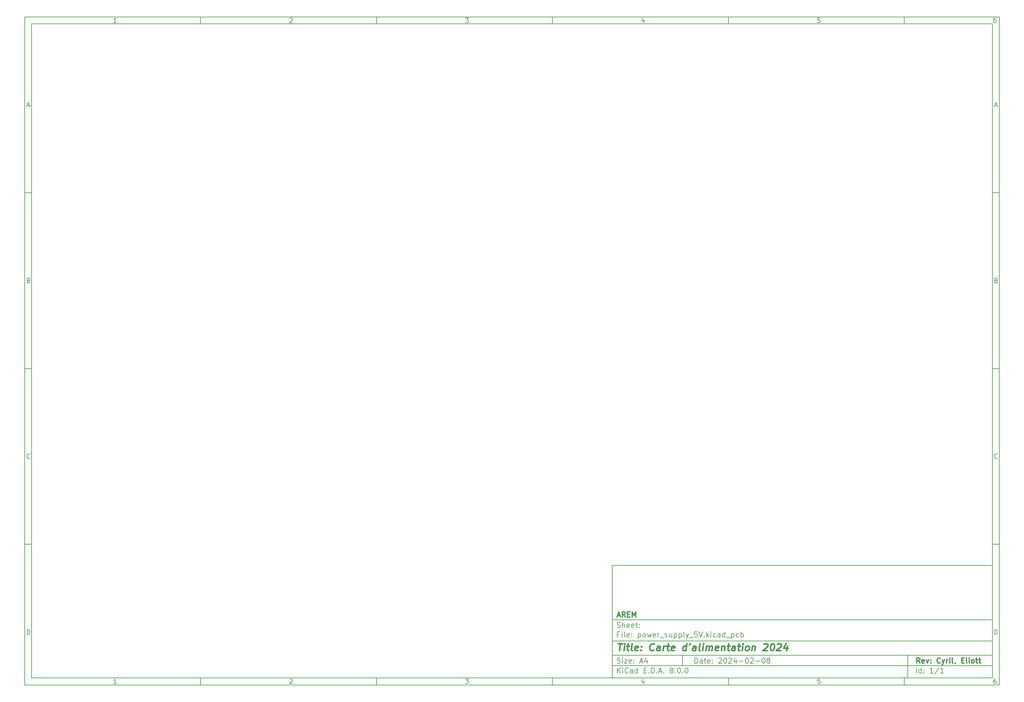
<source format=gbr>
%TF.GenerationSoftware,KiCad,Pcbnew,8.0.0*%
%TF.CreationDate,2024-03-29T20:49:13+01:00*%
%TF.ProjectId,power_supply_5V,706f7765-725f-4737-9570-706c795f3556,Cyril_ Eliott*%
%TF.SameCoordinates,Original*%
%TF.FileFunction,Paste,Bot*%
%TF.FilePolarity,Positive*%
%FSLAX46Y46*%
G04 Gerber Fmt 4.6, Leading zero omitted, Abs format (unit mm)*
G04 Created by KiCad (PCBNEW 8.0.0) date 2024-03-29 20:49:13*
%MOMM*%
%LPD*%
G01*
G04 APERTURE LIST*
%ADD10C,0.100000*%
%ADD11C,0.150000*%
%ADD12C,0.300000*%
%ADD13C,0.400000*%
G04 APERTURE END LIST*
D10*
D11*
X177002200Y-166007200D02*
X285002200Y-166007200D01*
X285002200Y-198007200D01*
X177002200Y-198007200D01*
X177002200Y-166007200D01*
D10*
D11*
X10000000Y-10000000D02*
X287002200Y-10000000D01*
X287002200Y-200007200D01*
X10000000Y-200007200D01*
X10000000Y-10000000D01*
D10*
D11*
X12000000Y-12000000D02*
X285002200Y-12000000D01*
X285002200Y-198007200D01*
X12000000Y-198007200D01*
X12000000Y-12000000D01*
D10*
D11*
X60000000Y-12000000D02*
X60000000Y-10000000D01*
D10*
D11*
X110000000Y-12000000D02*
X110000000Y-10000000D01*
D10*
D11*
X160000000Y-12000000D02*
X160000000Y-10000000D01*
D10*
D11*
X210000000Y-12000000D02*
X210000000Y-10000000D01*
D10*
D11*
X260000000Y-12000000D02*
X260000000Y-10000000D01*
D10*
D11*
X36089160Y-11593604D02*
X35346303Y-11593604D01*
X35717731Y-11593604D02*
X35717731Y-10293604D01*
X35717731Y-10293604D02*
X35593922Y-10479319D01*
X35593922Y-10479319D02*
X35470112Y-10603128D01*
X35470112Y-10603128D02*
X35346303Y-10665033D01*
D10*
D11*
X85346303Y-10417414D02*
X85408207Y-10355509D01*
X85408207Y-10355509D02*
X85532017Y-10293604D01*
X85532017Y-10293604D02*
X85841541Y-10293604D01*
X85841541Y-10293604D02*
X85965350Y-10355509D01*
X85965350Y-10355509D02*
X86027255Y-10417414D01*
X86027255Y-10417414D02*
X86089160Y-10541223D01*
X86089160Y-10541223D02*
X86089160Y-10665033D01*
X86089160Y-10665033D02*
X86027255Y-10850747D01*
X86027255Y-10850747D02*
X85284398Y-11593604D01*
X85284398Y-11593604D02*
X86089160Y-11593604D01*
D10*
D11*
X135284398Y-10293604D02*
X136089160Y-10293604D01*
X136089160Y-10293604D02*
X135655826Y-10788842D01*
X135655826Y-10788842D02*
X135841541Y-10788842D01*
X135841541Y-10788842D02*
X135965350Y-10850747D01*
X135965350Y-10850747D02*
X136027255Y-10912652D01*
X136027255Y-10912652D02*
X136089160Y-11036461D01*
X136089160Y-11036461D02*
X136089160Y-11345985D01*
X136089160Y-11345985D02*
X136027255Y-11469795D01*
X136027255Y-11469795D02*
X135965350Y-11531700D01*
X135965350Y-11531700D02*
X135841541Y-11593604D01*
X135841541Y-11593604D02*
X135470112Y-11593604D01*
X135470112Y-11593604D02*
X135346303Y-11531700D01*
X135346303Y-11531700D02*
X135284398Y-11469795D01*
D10*
D11*
X185965350Y-10726938D02*
X185965350Y-11593604D01*
X185655826Y-10231700D02*
X185346303Y-11160271D01*
X185346303Y-11160271D02*
X186151064Y-11160271D01*
D10*
D11*
X236027255Y-10293604D02*
X235408207Y-10293604D01*
X235408207Y-10293604D02*
X235346303Y-10912652D01*
X235346303Y-10912652D02*
X235408207Y-10850747D01*
X235408207Y-10850747D02*
X235532017Y-10788842D01*
X235532017Y-10788842D02*
X235841541Y-10788842D01*
X235841541Y-10788842D02*
X235965350Y-10850747D01*
X235965350Y-10850747D02*
X236027255Y-10912652D01*
X236027255Y-10912652D02*
X236089160Y-11036461D01*
X236089160Y-11036461D02*
X236089160Y-11345985D01*
X236089160Y-11345985D02*
X236027255Y-11469795D01*
X236027255Y-11469795D02*
X235965350Y-11531700D01*
X235965350Y-11531700D02*
X235841541Y-11593604D01*
X235841541Y-11593604D02*
X235532017Y-11593604D01*
X235532017Y-11593604D02*
X235408207Y-11531700D01*
X235408207Y-11531700D02*
X235346303Y-11469795D01*
D10*
D11*
X285965350Y-10293604D02*
X285717731Y-10293604D01*
X285717731Y-10293604D02*
X285593922Y-10355509D01*
X285593922Y-10355509D02*
X285532017Y-10417414D01*
X285532017Y-10417414D02*
X285408207Y-10603128D01*
X285408207Y-10603128D02*
X285346303Y-10850747D01*
X285346303Y-10850747D02*
X285346303Y-11345985D01*
X285346303Y-11345985D02*
X285408207Y-11469795D01*
X285408207Y-11469795D02*
X285470112Y-11531700D01*
X285470112Y-11531700D02*
X285593922Y-11593604D01*
X285593922Y-11593604D02*
X285841541Y-11593604D01*
X285841541Y-11593604D02*
X285965350Y-11531700D01*
X285965350Y-11531700D02*
X286027255Y-11469795D01*
X286027255Y-11469795D02*
X286089160Y-11345985D01*
X286089160Y-11345985D02*
X286089160Y-11036461D01*
X286089160Y-11036461D02*
X286027255Y-10912652D01*
X286027255Y-10912652D02*
X285965350Y-10850747D01*
X285965350Y-10850747D02*
X285841541Y-10788842D01*
X285841541Y-10788842D02*
X285593922Y-10788842D01*
X285593922Y-10788842D02*
X285470112Y-10850747D01*
X285470112Y-10850747D02*
X285408207Y-10912652D01*
X285408207Y-10912652D02*
X285346303Y-11036461D01*
D10*
D11*
X60000000Y-198007200D02*
X60000000Y-200007200D01*
D10*
D11*
X110000000Y-198007200D02*
X110000000Y-200007200D01*
D10*
D11*
X160000000Y-198007200D02*
X160000000Y-200007200D01*
D10*
D11*
X210000000Y-198007200D02*
X210000000Y-200007200D01*
D10*
D11*
X260000000Y-198007200D02*
X260000000Y-200007200D01*
D10*
D11*
X36089160Y-199600804D02*
X35346303Y-199600804D01*
X35717731Y-199600804D02*
X35717731Y-198300804D01*
X35717731Y-198300804D02*
X35593922Y-198486519D01*
X35593922Y-198486519D02*
X35470112Y-198610328D01*
X35470112Y-198610328D02*
X35346303Y-198672233D01*
D10*
D11*
X85346303Y-198424614D02*
X85408207Y-198362709D01*
X85408207Y-198362709D02*
X85532017Y-198300804D01*
X85532017Y-198300804D02*
X85841541Y-198300804D01*
X85841541Y-198300804D02*
X85965350Y-198362709D01*
X85965350Y-198362709D02*
X86027255Y-198424614D01*
X86027255Y-198424614D02*
X86089160Y-198548423D01*
X86089160Y-198548423D02*
X86089160Y-198672233D01*
X86089160Y-198672233D02*
X86027255Y-198857947D01*
X86027255Y-198857947D02*
X85284398Y-199600804D01*
X85284398Y-199600804D02*
X86089160Y-199600804D01*
D10*
D11*
X135284398Y-198300804D02*
X136089160Y-198300804D01*
X136089160Y-198300804D02*
X135655826Y-198796042D01*
X135655826Y-198796042D02*
X135841541Y-198796042D01*
X135841541Y-198796042D02*
X135965350Y-198857947D01*
X135965350Y-198857947D02*
X136027255Y-198919852D01*
X136027255Y-198919852D02*
X136089160Y-199043661D01*
X136089160Y-199043661D02*
X136089160Y-199353185D01*
X136089160Y-199353185D02*
X136027255Y-199476995D01*
X136027255Y-199476995D02*
X135965350Y-199538900D01*
X135965350Y-199538900D02*
X135841541Y-199600804D01*
X135841541Y-199600804D02*
X135470112Y-199600804D01*
X135470112Y-199600804D02*
X135346303Y-199538900D01*
X135346303Y-199538900D02*
X135284398Y-199476995D01*
D10*
D11*
X185965350Y-198734138D02*
X185965350Y-199600804D01*
X185655826Y-198238900D02*
X185346303Y-199167471D01*
X185346303Y-199167471D02*
X186151064Y-199167471D01*
D10*
D11*
X236027255Y-198300804D02*
X235408207Y-198300804D01*
X235408207Y-198300804D02*
X235346303Y-198919852D01*
X235346303Y-198919852D02*
X235408207Y-198857947D01*
X235408207Y-198857947D02*
X235532017Y-198796042D01*
X235532017Y-198796042D02*
X235841541Y-198796042D01*
X235841541Y-198796042D02*
X235965350Y-198857947D01*
X235965350Y-198857947D02*
X236027255Y-198919852D01*
X236027255Y-198919852D02*
X236089160Y-199043661D01*
X236089160Y-199043661D02*
X236089160Y-199353185D01*
X236089160Y-199353185D02*
X236027255Y-199476995D01*
X236027255Y-199476995D02*
X235965350Y-199538900D01*
X235965350Y-199538900D02*
X235841541Y-199600804D01*
X235841541Y-199600804D02*
X235532017Y-199600804D01*
X235532017Y-199600804D02*
X235408207Y-199538900D01*
X235408207Y-199538900D02*
X235346303Y-199476995D01*
D10*
D11*
X285965350Y-198300804D02*
X285717731Y-198300804D01*
X285717731Y-198300804D02*
X285593922Y-198362709D01*
X285593922Y-198362709D02*
X285532017Y-198424614D01*
X285532017Y-198424614D02*
X285408207Y-198610328D01*
X285408207Y-198610328D02*
X285346303Y-198857947D01*
X285346303Y-198857947D02*
X285346303Y-199353185D01*
X285346303Y-199353185D02*
X285408207Y-199476995D01*
X285408207Y-199476995D02*
X285470112Y-199538900D01*
X285470112Y-199538900D02*
X285593922Y-199600804D01*
X285593922Y-199600804D02*
X285841541Y-199600804D01*
X285841541Y-199600804D02*
X285965350Y-199538900D01*
X285965350Y-199538900D02*
X286027255Y-199476995D01*
X286027255Y-199476995D02*
X286089160Y-199353185D01*
X286089160Y-199353185D02*
X286089160Y-199043661D01*
X286089160Y-199043661D02*
X286027255Y-198919852D01*
X286027255Y-198919852D02*
X285965350Y-198857947D01*
X285965350Y-198857947D02*
X285841541Y-198796042D01*
X285841541Y-198796042D02*
X285593922Y-198796042D01*
X285593922Y-198796042D02*
X285470112Y-198857947D01*
X285470112Y-198857947D02*
X285408207Y-198919852D01*
X285408207Y-198919852D02*
X285346303Y-199043661D01*
D10*
D11*
X10000000Y-60000000D02*
X12000000Y-60000000D01*
D10*
D11*
X10000000Y-110000000D02*
X12000000Y-110000000D01*
D10*
D11*
X10000000Y-160000000D02*
X12000000Y-160000000D01*
D10*
D11*
X10690476Y-35222176D02*
X11309523Y-35222176D01*
X10566666Y-35593604D02*
X10999999Y-34293604D01*
X10999999Y-34293604D02*
X11433333Y-35593604D01*
D10*
D11*
X11092857Y-84912652D02*
X11278571Y-84974557D01*
X11278571Y-84974557D02*
X11340476Y-85036461D01*
X11340476Y-85036461D02*
X11402380Y-85160271D01*
X11402380Y-85160271D02*
X11402380Y-85345985D01*
X11402380Y-85345985D02*
X11340476Y-85469795D01*
X11340476Y-85469795D02*
X11278571Y-85531700D01*
X11278571Y-85531700D02*
X11154761Y-85593604D01*
X11154761Y-85593604D02*
X10659523Y-85593604D01*
X10659523Y-85593604D02*
X10659523Y-84293604D01*
X10659523Y-84293604D02*
X11092857Y-84293604D01*
X11092857Y-84293604D02*
X11216666Y-84355509D01*
X11216666Y-84355509D02*
X11278571Y-84417414D01*
X11278571Y-84417414D02*
X11340476Y-84541223D01*
X11340476Y-84541223D02*
X11340476Y-84665033D01*
X11340476Y-84665033D02*
X11278571Y-84788842D01*
X11278571Y-84788842D02*
X11216666Y-84850747D01*
X11216666Y-84850747D02*
X11092857Y-84912652D01*
X11092857Y-84912652D02*
X10659523Y-84912652D01*
D10*
D11*
X11402380Y-135469795D02*
X11340476Y-135531700D01*
X11340476Y-135531700D02*
X11154761Y-135593604D01*
X11154761Y-135593604D02*
X11030952Y-135593604D01*
X11030952Y-135593604D02*
X10845238Y-135531700D01*
X10845238Y-135531700D02*
X10721428Y-135407890D01*
X10721428Y-135407890D02*
X10659523Y-135284080D01*
X10659523Y-135284080D02*
X10597619Y-135036461D01*
X10597619Y-135036461D02*
X10597619Y-134850747D01*
X10597619Y-134850747D02*
X10659523Y-134603128D01*
X10659523Y-134603128D02*
X10721428Y-134479319D01*
X10721428Y-134479319D02*
X10845238Y-134355509D01*
X10845238Y-134355509D02*
X11030952Y-134293604D01*
X11030952Y-134293604D02*
X11154761Y-134293604D01*
X11154761Y-134293604D02*
X11340476Y-134355509D01*
X11340476Y-134355509D02*
X11402380Y-134417414D01*
D10*
D11*
X10659523Y-185593604D02*
X10659523Y-184293604D01*
X10659523Y-184293604D02*
X10969047Y-184293604D01*
X10969047Y-184293604D02*
X11154761Y-184355509D01*
X11154761Y-184355509D02*
X11278571Y-184479319D01*
X11278571Y-184479319D02*
X11340476Y-184603128D01*
X11340476Y-184603128D02*
X11402380Y-184850747D01*
X11402380Y-184850747D02*
X11402380Y-185036461D01*
X11402380Y-185036461D02*
X11340476Y-185284080D01*
X11340476Y-185284080D02*
X11278571Y-185407890D01*
X11278571Y-185407890D02*
X11154761Y-185531700D01*
X11154761Y-185531700D02*
X10969047Y-185593604D01*
X10969047Y-185593604D02*
X10659523Y-185593604D01*
D10*
D11*
X287002200Y-60000000D02*
X285002200Y-60000000D01*
D10*
D11*
X287002200Y-110000000D02*
X285002200Y-110000000D01*
D10*
D11*
X287002200Y-160000000D02*
X285002200Y-160000000D01*
D10*
D11*
X285692676Y-35222176D02*
X286311723Y-35222176D01*
X285568866Y-35593604D02*
X286002199Y-34293604D01*
X286002199Y-34293604D02*
X286435533Y-35593604D01*
D10*
D11*
X286095057Y-84912652D02*
X286280771Y-84974557D01*
X286280771Y-84974557D02*
X286342676Y-85036461D01*
X286342676Y-85036461D02*
X286404580Y-85160271D01*
X286404580Y-85160271D02*
X286404580Y-85345985D01*
X286404580Y-85345985D02*
X286342676Y-85469795D01*
X286342676Y-85469795D02*
X286280771Y-85531700D01*
X286280771Y-85531700D02*
X286156961Y-85593604D01*
X286156961Y-85593604D02*
X285661723Y-85593604D01*
X285661723Y-85593604D02*
X285661723Y-84293604D01*
X285661723Y-84293604D02*
X286095057Y-84293604D01*
X286095057Y-84293604D02*
X286218866Y-84355509D01*
X286218866Y-84355509D02*
X286280771Y-84417414D01*
X286280771Y-84417414D02*
X286342676Y-84541223D01*
X286342676Y-84541223D02*
X286342676Y-84665033D01*
X286342676Y-84665033D02*
X286280771Y-84788842D01*
X286280771Y-84788842D02*
X286218866Y-84850747D01*
X286218866Y-84850747D02*
X286095057Y-84912652D01*
X286095057Y-84912652D02*
X285661723Y-84912652D01*
D10*
D11*
X286404580Y-135469795D02*
X286342676Y-135531700D01*
X286342676Y-135531700D02*
X286156961Y-135593604D01*
X286156961Y-135593604D02*
X286033152Y-135593604D01*
X286033152Y-135593604D02*
X285847438Y-135531700D01*
X285847438Y-135531700D02*
X285723628Y-135407890D01*
X285723628Y-135407890D02*
X285661723Y-135284080D01*
X285661723Y-135284080D02*
X285599819Y-135036461D01*
X285599819Y-135036461D02*
X285599819Y-134850747D01*
X285599819Y-134850747D02*
X285661723Y-134603128D01*
X285661723Y-134603128D02*
X285723628Y-134479319D01*
X285723628Y-134479319D02*
X285847438Y-134355509D01*
X285847438Y-134355509D02*
X286033152Y-134293604D01*
X286033152Y-134293604D02*
X286156961Y-134293604D01*
X286156961Y-134293604D02*
X286342676Y-134355509D01*
X286342676Y-134355509D02*
X286404580Y-134417414D01*
D10*
D11*
X285661723Y-185593604D02*
X285661723Y-184293604D01*
X285661723Y-184293604D02*
X285971247Y-184293604D01*
X285971247Y-184293604D02*
X286156961Y-184355509D01*
X286156961Y-184355509D02*
X286280771Y-184479319D01*
X286280771Y-184479319D02*
X286342676Y-184603128D01*
X286342676Y-184603128D02*
X286404580Y-184850747D01*
X286404580Y-184850747D02*
X286404580Y-185036461D01*
X286404580Y-185036461D02*
X286342676Y-185284080D01*
X286342676Y-185284080D02*
X286280771Y-185407890D01*
X286280771Y-185407890D02*
X286156961Y-185531700D01*
X286156961Y-185531700D02*
X285971247Y-185593604D01*
X285971247Y-185593604D02*
X285661723Y-185593604D01*
D10*
D11*
X200458026Y-193793328D02*
X200458026Y-192293328D01*
X200458026Y-192293328D02*
X200815169Y-192293328D01*
X200815169Y-192293328D02*
X201029455Y-192364757D01*
X201029455Y-192364757D02*
X201172312Y-192507614D01*
X201172312Y-192507614D02*
X201243741Y-192650471D01*
X201243741Y-192650471D02*
X201315169Y-192936185D01*
X201315169Y-192936185D02*
X201315169Y-193150471D01*
X201315169Y-193150471D02*
X201243741Y-193436185D01*
X201243741Y-193436185D02*
X201172312Y-193579042D01*
X201172312Y-193579042D02*
X201029455Y-193721900D01*
X201029455Y-193721900D02*
X200815169Y-193793328D01*
X200815169Y-193793328D02*
X200458026Y-193793328D01*
X202600884Y-193793328D02*
X202600884Y-193007614D01*
X202600884Y-193007614D02*
X202529455Y-192864757D01*
X202529455Y-192864757D02*
X202386598Y-192793328D01*
X202386598Y-192793328D02*
X202100884Y-192793328D01*
X202100884Y-192793328D02*
X201958026Y-192864757D01*
X202600884Y-193721900D02*
X202458026Y-193793328D01*
X202458026Y-193793328D02*
X202100884Y-193793328D01*
X202100884Y-193793328D02*
X201958026Y-193721900D01*
X201958026Y-193721900D02*
X201886598Y-193579042D01*
X201886598Y-193579042D02*
X201886598Y-193436185D01*
X201886598Y-193436185D02*
X201958026Y-193293328D01*
X201958026Y-193293328D02*
X202100884Y-193221900D01*
X202100884Y-193221900D02*
X202458026Y-193221900D01*
X202458026Y-193221900D02*
X202600884Y-193150471D01*
X203100884Y-192793328D02*
X203672312Y-192793328D01*
X203315169Y-192293328D02*
X203315169Y-193579042D01*
X203315169Y-193579042D02*
X203386598Y-193721900D01*
X203386598Y-193721900D02*
X203529455Y-193793328D01*
X203529455Y-193793328D02*
X203672312Y-193793328D01*
X204743741Y-193721900D02*
X204600884Y-193793328D01*
X204600884Y-193793328D02*
X204315170Y-193793328D01*
X204315170Y-193793328D02*
X204172312Y-193721900D01*
X204172312Y-193721900D02*
X204100884Y-193579042D01*
X204100884Y-193579042D02*
X204100884Y-193007614D01*
X204100884Y-193007614D02*
X204172312Y-192864757D01*
X204172312Y-192864757D02*
X204315170Y-192793328D01*
X204315170Y-192793328D02*
X204600884Y-192793328D01*
X204600884Y-192793328D02*
X204743741Y-192864757D01*
X204743741Y-192864757D02*
X204815170Y-193007614D01*
X204815170Y-193007614D02*
X204815170Y-193150471D01*
X204815170Y-193150471D02*
X204100884Y-193293328D01*
X205458026Y-193650471D02*
X205529455Y-193721900D01*
X205529455Y-193721900D02*
X205458026Y-193793328D01*
X205458026Y-193793328D02*
X205386598Y-193721900D01*
X205386598Y-193721900D02*
X205458026Y-193650471D01*
X205458026Y-193650471D02*
X205458026Y-193793328D01*
X205458026Y-192864757D02*
X205529455Y-192936185D01*
X205529455Y-192936185D02*
X205458026Y-193007614D01*
X205458026Y-193007614D02*
X205386598Y-192936185D01*
X205386598Y-192936185D02*
X205458026Y-192864757D01*
X205458026Y-192864757D02*
X205458026Y-193007614D01*
X207243741Y-192436185D02*
X207315169Y-192364757D01*
X207315169Y-192364757D02*
X207458027Y-192293328D01*
X207458027Y-192293328D02*
X207815169Y-192293328D01*
X207815169Y-192293328D02*
X207958027Y-192364757D01*
X207958027Y-192364757D02*
X208029455Y-192436185D01*
X208029455Y-192436185D02*
X208100884Y-192579042D01*
X208100884Y-192579042D02*
X208100884Y-192721900D01*
X208100884Y-192721900D02*
X208029455Y-192936185D01*
X208029455Y-192936185D02*
X207172312Y-193793328D01*
X207172312Y-193793328D02*
X208100884Y-193793328D01*
X209029455Y-192293328D02*
X209172312Y-192293328D01*
X209172312Y-192293328D02*
X209315169Y-192364757D01*
X209315169Y-192364757D02*
X209386598Y-192436185D01*
X209386598Y-192436185D02*
X209458026Y-192579042D01*
X209458026Y-192579042D02*
X209529455Y-192864757D01*
X209529455Y-192864757D02*
X209529455Y-193221900D01*
X209529455Y-193221900D02*
X209458026Y-193507614D01*
X209458026Y-193507614D02*
X209386598Y-193650471D01*
X209386598Y-193650471D02*
X209315169Y-193721900D01*
X209315169Y-193721900D02*
X209172312Y-193793328D01*
X209172312Y-193793328D02*
X209029455Y-193793328D01*
X209029455Y-193793328D02*
X208886598Y-193721900D01*
X208886598Y-193721900D02*
X208815169Y-193650471D01*
X208815169Y-193650471D02*
X208743740Y-193507614D01*
X208743740Y-193507614D02*
X208672312Y-193221900D01*
X208672312Y-193221900D02*
X208672312Y-192864757D01*
X208672312Y-192864757D02*
X208743740Y-192579042D01*
X208743740Y-192579042D02*
X208815169Y-192436185D01*
X208815169Y-192436185D02*
X208886598Y-192364757D01*
X208886598Y-192364757D02*
X209029455Y-192293328D01*
X210100883Y-192436185D02*
X210172311Y-192364757D01*
X210172311Y-192364757D02*
X210315169Y-192293328D01*
X210315169Y-192293328D02*
X210672311Y-192293328D01*
X210672311Y-192293328D02*
X210815169Y-192364757D01*
X210815169Y-192364757D02*
X210886597Y-192436185D01*
X210886597Y-192436185D02*
X210958026Y-192579042D01*
X210958026Y-192579042D02*
X210958026Y-192721900D01*
X210958026Y-192721900D02*
X210886597Y-192936185D01*
X210886597Y-192936185D02*
X210029454Y-193793328D01*
X210029454Y-193793328D02*
X210958026Y-193793328D01*
X212243740Y-192793328D02*
X212243740Y-193793328D01*
X211886597Y-192221900D02*
X211529454Y-193293328D01*
X211529454Y-193293328D02*
X212458025Y-193293328D01*
X213029453Y-193221900D02*
X214172311Y-193221900D01*
X215172311Y-192293328D02*
X215315168Y-192293328D01*
X215315168Y-192293328D02*
X215458025Y-192364757D01*
X215458025Y-192364757D02*
X215529454Y-192436185D01*
X215529454Y-192436185D02*
X215600882Y-192579042D01*
X215600882Y-192579042D02*
X215672311Y-192864757D01*
X215672311Y-192864757D02*
X215672311Y-193221900D01*
X215672311Y-193221900D02*
X215600882Y-193507614D01*
X215600882Y-193507614D02*
X215529454Y-193650471D01*
X215529454Y-193650471D02*
X215458025Y-193721900D01*
X215458025Y-193721900D02*
X215315168Y-193793328D01*
X215315168Y-193793328D02*
X215172311Y-193793328D01*
X215172311Y-193793328D02*
X215029454Y-193721900D01*
X215029454Y-193721900D02*
X214958025Y-193650471D01*
X214958025Y-193650471D02*
X214886596Y-193507614D01*
X214886596Y-193507614D02*
X214815168Y-193221900D01*
X214815168Y-193221900D02*
X214815168Y-192864757D01*
X214815168Y-192864757D02*
X214886596Y-192579042D01*
X214886596Y-192579042D02*
X214958025Y-192436185D01*
X214958025Y-192436185D02*
X215029454Y-192364757D01*
X215029454Y-192364757D02*
X215172311Y-192293328D01*
X216243739Y-192436185D02*
X216315167Y-192364757D01*
X216315167Y-192364757D02*
X216458025Y-192293328D01*
X216458025Y-192293328D02*
X216815167Y-192293328D01*
X216815167Y-192293328D02*
X216958025Y-192364757D01*
X216958025Y-192364757D02*
X217029453Y-192436185D01*
X217029453Y-192436185D02*
X217100882Y-192579042D01*
X217100882Y-192579042D02*
X217100882Y-192721900D01*
X217100882Y-192721900D02*
X217029453Y-192936185D01*
X217029453Y-192936185D02*
X216172310Y-193793328D01*
X216172310Y-193793328D02*
X217100882Y-193793328D01*
X217743738Y-193221900D02*
X218886596Y-193221900D01*
X219886596Y-192293328D02*
X220029453Y-192293328D01*
X220029453Y-192293328D02*
X220172310Y-192364757D01*
X220172310Y-192364757D02*
X220243739Y-192436185D01*
X220243739Y-192436185D02*
X220315167Y-192579042D01*
X220315167Y-192579042D02*
X220386596Y-192864757D01*
X220386596Y-192864757D02*
X220386596Y-193221900D01*
X220386596Y-193221900D02*
X220315167Y-193507614D01*
X220315167Y-193507614D02*
X220243739Y-193650471D01*
X220243739Y-193650471D02*
X220172310Y-193721900D01*
X220172310Y-193721900D02*
X220029453Y-193793328D01*
X220029453Y-193793328D02*
X219886596Y-193793328D01*
X219886596Y-193793328D02*
X219743739Y-193721900D01*
X219743739Y-193721900D02*
X219672310Y-193650471D01*
X219672310Y-193650471D02*
X219600881Y-193507614D01*
X219600881Y-193507614D02*
X219529453Y-193221900D01*
X219529453Y-193221900D02*
X219529453Y-192864757D01*
X219529453Y-192864757D02*
X219600881Y-192579042D01*
X219600881Y-192579042D02*
X219672310Y-192436185D01*
X219672310Y-192436185D02*
X219743739Y-192364757D01*
X219743739Y-192364757D02*
X219886596Y-192293328D01*
X221243738Y-192936185D02*
X221100881Y-192864757D01*
X221100881Y-192864757D02*
X221029452Y-192793328D01*
X221029452Y-192793328D02*
X220958024Y-192650471D01*
X220958024Y-192650471D02*
X220958024Y-192579042D01*
X220958024Y-192579042D02*
X221029452Y-192436185D01*
X221029452Y-192436185D02*
X221100881Y-192364757D01*
X221100881Y-192364757D02*
X221243738Y-192293328D01*
X221243738Y-192293328D02*
X221529452Y-192293328D01*
X221529452Y-192293328D02*
X221672310Y-192364757D01*
X221672310Y-192364757D02*
X221743738Y-192436185D01*
X221743738Y-192436185D02*
X221815167Y-192579042D01*
X221815167Y-192579042D02*
X221815167Y-192650471D01*
X221815167Y-192650471D02*
X221743738Y-192793328D01*
X221743738Y-192793328D02*
X221672310Y-192864757D01*
X221672310Y-192864757D02*
X221529452Y-192936185D01*
X221529452Y-192936185D02*
X221243738Y-192936185D01*
X221243738Y-192936185D02*
X221100881Y-193007614D01*
X221100881Y-193007614D02*
X221029452Y-193079042D01*
X221029452Y-193079042D02*
X220958024Y-193221900D01*
X220958024Y-193221900D02*
X220958024Y-193507614D01*
X220958024Y-193507614D02*
X221029452Y-193650471D01*
X221029452Y-193650471D02*
X221100881Y-193721900D01*
X221100881Y-193721900D02*
X221243738Y-193793328D01*
X221243738Y-193793328D02*
X221529452Y-193793328D01*
X221529452Y-193793328D02*
X221672310Y-193721900D01*
X221672310Y-193721900D02*
X221743738Y-193650471D01*
X221743738Y-193650471D02*
X221815167Y-193507614D01*
X221815167Y-193507614D02*
X221815167Y-193221900D01*
X221815167Y-193221900D02*
X221743738Y-193079042D01*
X221743738Y-193079042D02*
X221672310Y-193007614D01*
X221672310Y-193007614D02*
X221529452Y-192936185D01*
D10*
D11*
X177002200Y-194507200D02*
X285002200Y-194507200D01*
D10*
D11*
X178458026Y-196593328D02*
X178458026Y-195093328D01*
X179315169Y-196593328D02*
X178672312Y-195736185D01*
X179315169Y-195093328D02*
X178458026Y-195950471D01*
X179958026Y-196593328D02*
X179958026Y-195593328D01*
X179958026Y-195093328D02*
X179886598Y-195164757D01*
X179886598Y-195164757D02*
X179958026Y-195236185D01*
X179958026Y-195236185D02*
X180029455Y-195164757D01*
X180029455Y-195164757D02*
X179958026Y-195093328D01*
X179958026Y-195093328D02*
X179958026Y-195236185D01*
X181529455Y-196450471D02*
X181458027Y-196521900D01*
X181458027Y-196521900D02*
X181243741Y-196593328D01*
X181243741Y-196593328D02*
X181100884Y-196593328D01*
X181100884Y-196593328D02*
X180886598Y-196521900D01*
X180886598Y-196521900D02*
X180743741Y-196379042D01*
X180743741Y-196379042D02*
X180672312Y-196236185D01*
X180672312Y-196236185D02*
X180600884Y-195950471D01*
X180600884Y-195950471D02*
X180600884Y-195736185D01*
X180600884Y-195736185D02*
X180672312Y-195450471D01*
X180672312Y-195450471D02*
X180743741Y-195307614D01*
X180743741Y-195307614D02*
X180886598Y-195164757D01*
X180886598Y-195164757D02*
X181100884Y-195093328D01*
X181100884Y-195093328D02*
X181243741Y-195093328D01*
X181243741Y-195093328D02*
X181458027Y-195164757D01*
X181458027Y-195164757D02*
X181529455Y-195236185D01*
X182815170Y-196593328D02*
X182815170Y-195807614D01*
X182815170Y-195807614D02*
X182743741Y-195664757D01*
X182743741Y-195664757D02*
X182600884Y-195593328D01*
X182600884Y-195593328D02*
X182315170Y-195593328D01*
X182315170Y-195593328D02*
X182172312Y-195664757D01*
X182815170Y-196521900D02*
X182672312Y-196593328D01*
X182672312Y-196593328D02*
X182315170Y-196593328D01*
X182315170Y-196593328D02*
X182172312Y-196521900D01*
X182172312Y-196521900D02*
X182100884Y-196379042D01*
X182100884Y-196379042D02*
X182100884Y-196236185D01*
X182100884Y-196236185D02*
X182172312Y-196093328D01*
X182172312Y-196093328D02*
X182315170Y-196021900D01*
X182315170Y-196021900D02*
X182672312Y-196021900D01*
X182672312Y-196021900D02*
X182815170Y-195950471D01*
X184172313Y-196593328D02*
X184172313Y-195093328D01*
X184172313Y-196521900D02*
X184029455Y-196593328D01*
X184029455Y-196593328D02*
X183743741Y-196593328D01*
X183743741Y-196593328D02*
X183600884Y-196521900D01*
X183600884Y-196521900D02*
X183529455Y-196450471D01*
X183529455Y-196450471D02*
X183458027Y-196307614D01*
X183458027Y-196307614D02*
X183458027Y-195879042D01*
X183458027Y-195879042D02*
X183529455Y-195736185D01*
X183529455Y-195736185D02*
X183600884Y-195664757D01*
X183600884Y-195664757D02*
X183743741Y-195593328D01*
X183743741Y-195593328D02*
X184029455Y-195593328D01*
X184029455Y-195593328D02*
X184172313Y-195664757D01*
X186029455Y-195807614D02*
X186529455Y-195807614D01*
X186743741Y-196593328D02*
X186029455Y-196593328D01*
X186029455Y-196593328D02*
X186029455Y-195093328D01*
X186029455Y-195093328D02*
X186743741Y-195093328D01*
X187386598Y-196450471D02*
X187458027Y-196521900D01*
X187458027Y-196521900D02*
X187386598Y-196593328D01*
X187386598Y-196593328D02*
X187315170Y-196521900D01*
X187315170Y-196521900D02*
X187386598Y-196450471D01*
X187386598Y-196450471D02*
X187386598Y-196593328D01*
X188100884Y-196593328D02*
X188100884Y-195093328D01*
X188100884Y-195093328D02*
X188458027Y-195093328D01*
X188458027Y-195093328D02*
X188672313Y-195164757D01*
X188672313Y-195164757D02*
X188815170Y-195307614D01*
X188815170Y-195307614D02*
X188886599Y-195450471D01*
X188886599Y-195450471D02*
X188958027Y-195736185D01*
X188958027Y-195736185D02*
X188958027Y-195950471D01*
X188958027Y-195950471D02*
X188886599Y-196236185D01*
X188886599Y-196236185D02*
X188815170Y-196379042D01*
X188815170Y-196379042D02*
X188672313Y-196521900D01*
X188672313Y-196521900D02*
X188458027Y-196593328D01*
X188458027Y-196593328D02*
X188100884Y-196593328D01*
X189600884Y-196450471D02*
X189672313Y-196521900D01*
X189672313Y-196521900D02*
X189600884Y-196593328D01*
X189600884Y-196593328D02*
X189529456Y-196521900D01*
X189529456Y-196521900D02*
X189600884Y-196450471D01*
X189600884Y-196450471D02*
X189600884Y-196593328D01*
X190243742Y-196164757D02*
X190958028Y-196164757D01*
X190100885Y-196593328D02*
X190600885Y-195093328D01*
X190600885Y-195093328D02*
X191100885Y-196593328D01*
X191600884Y-196450471D02*
X191672313Y-196521900D01*
X191672313Y-196521900D02*
X191600884Y-196593328D01*
X191600884Y-196593328D02*
X191529456Y-196521900D01*
X191529456Y-196521900D02*
X191600884Y-196450471D01*
X191600884Y-196450471D02*
X191600884Y-196593328D01*
X193672313Y-195736185D02*
X193529456Y-195664757D01*
X193529456Y-195664757D02*
X193458027Y-195593328D01*
X193458027Y-195593328D02*
X193386599Y-195450471D01*
X193386599Y-195450471D02*
X193386599Y-195379042D01*
X193386599Y-195379042D02*
X193458027Y-195236185D01*
X193458027Y-195236185D02*
X193529456Y-195164757D01*
X193529456Y-195164757D02*
X193672313Y-195093328D01*
X193672313Y-195093328D02*
X193958027Y-195093328D01*
X193958027Y-195093328D02*
X194100885Y-195164757D01*
X194100885Y-195164757D02*
X194172313Y-195236185D01*
X194172313Y-195236185D02*
X194243742Y-195379042D01*
X194243742Y-195379042D02*
X194243742Y-195450471D01*
X194243742Y-195450471D02*
X194172313Y-195593328D01*
X194172313Y-195593328D02*
X194100885Y-195664757D01*
X194100885Y-195664757D02*
X193958027Y-195736185D01*
X193958027Y-195736185D02*
X193672313Y-195736185D01*
X193672313Y-195736185D02*
X193529456Y-195807614D01*
X193529456Y-195807614D02*
X193458027Y-195879042D01*
X193458027Y-195879042D02*
X193386599Y-196021900D01*
X193386599Y-196021900D02*
X193386599Y-196307614D01*
X193386599Y-196307614D02*
X193458027Y-196450471D01*
X193458027Y-196450471D02*
X193529456Y-196521900D01*
X193529456Y-196521900D02*
X193672313Y-196593328D01*
X193672313Y-196593328D02*
X193958027Y-196593328D01*
X193958027Y-196593328D02*
X194100885Y-196521900D01*
X194100885Y-196521900D02*
X194172313Y-196450471D01*
X194172313Y-196450471D02*
X194243742Y-196307614D01*
X194243742Y-196307614D02*
X194243742Y-196021900D01*
X194243742Y-196021900D02*
X194172313Y-195879042D01*
X194172313Y-195879042D02*
X194100885Y-195807614D01*
X194100885Y-195807614D02*
X193958027Y-195736185D01*
X194886598Y-196450471D02*
X194958027Y-196521900D01*
X194958027Y-196521900D02*
X194886598Y-196593328D01*
X194886598Y-196593328D02*
X194815170Y-196521900D01*
X194815170Y-196521900D02*
X194886598Y-196450471D01*
X194886598Y-196450471D02*
X194886598Y-196593328D01*
X195886599Y-195093328D02*
X196029456Y-195093328D01*
X196029456Y-195093328D02*
X196172313Y-195164757D01*
X196172313Y-195164757D02*
X196243742Y-195236185D01*
X196243742Y-195236185D02*
X196315170Y-195379042D01*
X196315170Y-195379042D02*
X196386599Y-195664757D01*
X196386599Y-195664757D02*
X196386599Y-196021900D01*
X196386599Y-196021900D02*
X196315170Y-196307614D01*
X196315170Y-196307614D02*
X196243742Y-196450471D01*
X196243742Y-196450471D02*
X196172313Y-196521900D01*
X196172313Y-196521900D02*
X196029456Y-196593328D01*
X196029456Y-196593328D02*
X195886599Y-196593328D01*
X195886599Y-196593328D02*
X195743742Y-196521900D01*
X195743742Y-196521900D02*
X195672313Y-196450471D01*
X195672313Y-196450471D02*
X195600884Y-196307614D01*
X195600884Y-196307614D02*
X195529456Y-196021900D01*
X195529456Y-196021900D02*
X195529456Y-195664757D01*
X195529456Y-195664757D02*
X195600884Y-195379042D01*
X195600884Y-195379042D02*
X195672313Y-195236185D01*
X195672313Y-195236185D02*
X195743742Y-195164757D01*
X195743742Y-195164757D02*
X195886599Y-195093328D01*
X197029455Y-196450471D02*
X197100884Y-196521900D01*
X197100884Y-196521900D02*
X197029455Y-196593328D01*
X197029455Y-196593328D02*
X196958027Y-196521900D01*
X196958027Y-196521900D02*
X197029455Y-196450471D01*
X197029455Y-196450471D02*
X197029455Y-196593328D01*
X198029456Y-195093328D02*
X198172313Y-195093328D01*
X198172313Y-195093328D02*
X198315170Y-195164757D01*
X198315170Y-195164757D02*
X198386599Y-195236185D01*
X198386599Y-195236185D02*
X198458027Y-195379042D01*
X198458027Y-195379042D02*
X198529456Y-195664757D01*
X198529456Y-195664757D02*
X198529456Y-196021900D01*
X198529456Y-196021900D02*
X198458027Y-196307614D01*
X198458027Y-196307614D02*
X198386599Y-196450471D01*
X198386599Y-196450471D02*
X198315170Y-196521900D01*
X198315170Y-196521900D02*
X198172313Y-196593328D01*
X198172313Y-196593328D02*
X198029456Y-196593328D01*
X198029456Y-196593328D02*
X197886599Y-196521900D01*
X197886599Y-196521900D02*
X197815170Y-196450471D01*
X197815170Y-196450471D02*
X197743741Y-196307614D01*
X197743741Y-196307614D02*
X197672313Y-196021900D01*
X197672313Y-196021900D02*
X197672313Y-195664757D01*
X197672313Y-195664757D02*
X197743741Y-195379042D01*
X197743741Y-195379042D02*
X197815170Y-195236185D01*
X197815170Y-195236185D02*
X197886599Y-195164757D01*
X197886599Y-195164757D02*
X198029456Y-195093328D01*
D10*
D11*
X177002200Y-191507200D02*
X285002200Y-191507200D01*
D10*
D12*
X264413853Y-193785528D02*
X263913853Y-193071242D01*
X263556710Y-193785528D02*
X263556710Y-192285528D01*
X263556710Y-192285528D02*
X264128139Y-192285528D01*
X264128139Y-192285528D02*
X264270996Y-192356957D01*
X264270996Y-192356957D02*
X264342425Y-192428385D01*
X264342425Y-192428385D02*
X264413853Y-192571242D01*
X264413853Y-192571242D02*
X264413853Y-192785528D01*
X264413853Y-192785528D02*
X264342425Y-192928385D01*
X264342425Y-192928385D02*
X264270996Y-192999814D01*
X264270996Y-192999814D02*
X264128139Y-193071242D01*
X264128139Y-193071242D02*
X263556710Y-193071242D01*
X265628139Y-193714100D02*
X265485282Y-193785528D01*
X265485282Y-193785528D02*
X265199568Y-193785528D01*
X265199568Y-193785528D02*
X265056710Y-193714100D01*
X265056710Y-193714100D02*
X264985282Y-193571242D01*
X264985282Y-193571242D02*
X264985282Y-192999814D01*
X264985282Y-192999814D02*
X265056710Y-192856957D01*
X265056710Y-192856957D02*
X265199568Y-192785528D01*
X265199568Y-192785528D02*
X265485282Y-192785528D01*
X265485282Y-192785528D02*
X265628139Y-192856957D01*
X265628139Y-192856957D02*
X265699568Y-192999814D01*
X265699568Y-192999814D02*
X265699568Y-193142671D01*
X265699568Y-193142671D02*
X264985282Y-193285528D01*
X266199567Y-192785528D02*
X266556710Y-193785528D01*
X266556710Y-193785528D02*
X266913853Y-192785528D01*
X267485281Y-193642671D02*
X267556710Y-193714100D01*
X267556710Y-193714100D02*
X267485281Y-193785528D01*
X267485281Y-193785528D02*
X267413853Y-193714100D01*
X267413853Y-193714100D02*
X267485281Y-193642671D01*
X267485281Y-193642671D02*
X267485281Y-193785528D01*
X267485281Y-192856957D02*
X267556710Y-192928385D01*
X267556710Y-192928385D02*
X267485281Y-192999814D01*
X267485281Y-192999814D02*
X267413853Y-192928385D01*
X267413853Y-192928385D02*
X267485281Y-192856957D01*
X267485281Y-192856957D02*
X267485281Y-192999814D01*
X270199567Y-193642671D02*
X270128139Y-193714100D01*
X270128139Y-193714100D02*
X269913853Y-193785528D01*
X269913853Y-193785528D02*
X269770996Y-193785528D01*
X269770996Y-193785528D02*
X269556710Y-193714100D01*
X269556710Y-193714100D02*
X269413853Y-193571242D01*
X269413853Y-193571242D02*
X269342424Y-193428385D01*
X269342424Y-193428385D02*
X269270996Y-193142671D01*
X269270996Y-193142671D02*
X269270996Y-192928385D01*
X269270996Y-192928385D02*
X269342424Y-192642671D01*
X269342424Y-192642671D02*
X269413853Y-192499814D01*
X269413853Y-192499814D02*
X269556710Y-192356957D01*
X269556710Y-192356957D02*
X269770996Y-192285528D01*
X269770996Y-192285528D02*
X269913853Y-192285528D01*
X269913853Y-192285528D02*
X270128139Y-192356957D01*
X270128139Y-192356957D02*
X270199567Y-192428385D01*
X270699567Y-192785528D02*
X271056710Y-193785528D01*
X271413853Y-192785528D02*
X271056710Y-193785528D01*
X271056710Y-193785528D02*
X270913853Y-194142671D01*
X270913853Y-194142671D02*
X270842424Y-194214100D01*
X270842424Y-194214100D02*
X270699567Y-194285528D01*
X271985281Y-193785528D02*
X271985281Y-192785528D01*
X271985281Y-193071242D02*
X272056710Y-192928385D01*
X272056710Y-192928385D02*
X272128139Y-192856957D01*
X272128139Y-192856957D02*
X272270996Y-192785528D01*
X272270996Y-192785528D02*
X272413853Y-192785528D01*
X272913852Y-193785528D02*
X272913852Y-192785528D01*
X272913852Y-192285528D02*
X272842424Y-192356957D01*
X272842424Y-192356957D02*
X272913852Y-192428385D01*
X272913852Y-192428385D02*
X272985281Y-192356957D01*
X272985281Y-192356957D02*
X272913852Y-192285528D01*
X272913852Y-192285528D02*
X272913852Y-192428385D01*
X273842424Y-193785528D02*
X273699567Y-193714100D01*
X273699567Y-193714100D02*
X273628138Y-193571242D01*
X273628138Y-193571242D02*
X273628138Y-192285528D01*
X274485281Y-193714100D02*
X274485281Y-193785528D01*
X274485281Y-193785528D02*
X274413852Y-193928385D01*
X274413852Y-193928385D02*
X274342424Y-193999814D01*
X276270995Y-192999814D02*
X276770995Y-192999814D01*
X276985281Y-193785528D02*
X276270995Y-193785528D01*
X276270995Y-193785528D02*
X276270995Y-192285528D01*
X276270995Y-192285528D02*
X276985281Y-192285528D01*
X277842424Y-193785528D02*
X277699567Y-193714100D01*
X277699567Y-193714100D02*
X277628138Y-193571242D01*
X277628138Y-193571242D02*
X277628138Y-192285528D01*
X278413852Y-193785528D02*
X278413852Y-192785528D01*
X278413852Y-192285528D02*
X278342424Y-192356957D01*
X278342424Y-192356957D02*
X278413852Y-192428385D01*
X278413852Y-192428385D02*
X278485281Y-192356957D01*
X278485281Y-192356957D02*
X278413852Y-192285528D01*
X278413852Y-192285528D02*
X278413852Y-192428385D01*
X279342424Y-193785528D02*
X279199567Y-193714100D01*
X279199567Y-193714100D02*
X279128138Y-193642671D01*
X279128138Y-193642671D02*
X279056710Y-193499814D01*
X279056710Y-193499814D02*
X279056710Y-193071242D01*
X279056710Y-193071242D02*
X279128138Y-192928385D01*
X279128138Y-192928385D02*
X279199567Y-192856957D01*
X279199567Y-192856957D02*
X279342424Y-192785528D01*
X279342424Y-192785528D02*
X279556710Y-192785528D01*
X279556710Y-192785528D02*
X279699567Y-192856957D01*
X279699567Y-192856957D02*
X279770996Y-192928385D01*
X279770996Y-192928385D02*
X279842424Y-193071242D01*
X279842424Y-193071242D02*
X279842424Y-193499814D01*
X279842424Y-193499814D02*
X279770996Y-193642671D01*
X279770996Y-193642671D02*
X279699567Y-193714100D01*
X279699567Y-193714100D02*
X279556710Y-193785528D01*
X279556710Y-193785528D02*
X279342424Y-193785528D01*
X280270996Y-192785528D02*
X280842424Y-192785528D01*
X280485281Y-192285528D02*
X280485281Y-193571242D01*
X280485281Y-193571242D02*
X280556710Y-193714100D01*
X280556710Y-193714100D02*
X280699567Y-193785528D01*
X280699567Y-193785528D02*
X280842424Y-193785528D01*
X281128139Y-192785528D02*
X281699567Y-192785528D01*
X281342424Y-192285528D02*
X281342424Y-193571242D01*
X281342424Y-193571242D02*
X281413853Y-193714100D01*
X281413853Y-193714100D02*
X281556710Y-193785528D01*
X281556710Y-193785528D02*
X281699567Y-193785528D01*
D10*
D11*
X178386598Y-193721900D02*
X178600884Y-193793328D01*
X178600884Y-193793328D02*
X178958026Y-193793328D01*
X178958026Y-193793328D02*
X179100884Y-193721900D01*
X179100884Y-193721900D02*
X179172312Y-193650471D01*
X179172312Y-193650471D02*
X179243741Y-193507614D01*
X179243741Y-193507614D02*
X179243741Y-193364757D01*
X179243741Y-193364757D02*
X179172312Y-193221900D01*
X179172312Y-193221900D02*
X179100884Y-193150471D01*
X179100884Y-193150471D02*
X178958026Y-193079042D01*
X178958026Y-193079042D02*
X178672312Y-193007614D01*
X178672312Y-193007614D02*
X178529455Y-192936185D01*
X178529455Y-192936185D02*
X178458026Y-192864757D01*
X178458026Y-192864757D02*
X178386598Y-192721900D01*
X178386598Y-192721900D02*
X178386598Y-192579042D01*
X178386598Y-192579042D02*
X178458026Y-192436185D01*
X178458026Y-192436185D02*
X178529455Y-192364757D01*
X178529455Y-192364757D02*
X178672312Y-192293328D01*
X178672312Y-192293328D02*
X179029455Y-192293328D01*
X179029455Y-192293328D02*
X179243741Y-192364757D01*
X179886597Y-193793328D02*
X179886597Y-192793328D01*
X179886597Y-192293328D02*
X179815169Y-192364757D01*
X179815169Y-192364757D02*
X179886597Y-192436185D01*
X179886597Y-192436185D02*
X179958026Y-192364757D01*
X179958026Y-192364757D02*
X179886597Y-192293328D01*
X179886597Y-192293328D02*
X179886597Y-192436185D01*
X180458026Y-192793328D02*
X181243741Y-192793328D01*
X181243741Y-192793328D02*
X180458026Y-193793328D01*
X180458026Y-193793328D02*
X181243741Y-193793328D01*
X182386598Y-193721900D02*
X182243741Y-193793328D01*
X182243741Y-193793328D02*
X181958027Y-193793328D01*
X181958027Y-193793328D02*
X181815169Y-193721900D01*
X181815169Y-193721900D02*
X181743741Y-193579042D01*
X181743741Y-193579042D02*
X181743741Y-193007614D01*
X181743741Y-193007614D02*
X181815169Y-192864757D01*
X181815169Y-192864757D02*
X181958027Y-192793328D01*
X181958027Y-192793328D02*
X182243741Y-192793328D01*
X182243741Y-192793328D02*
X182386598Y-192864757D01*
X182386598Y-192864757D02*
X182458027Y-193007614D01*
X182458027Y-193007614D02*
X182458027Y-193150471D01*
X182458027Y-193150471D02*
X181743741Y-193293328D01*
X183100883Y-193650471D02*
X183172312Y-193721900D01*
X183172312Y-193721900D02*
X183100883Y-193793328D01*
X183100883Y-193793328D02*
X183029455Y-193721900D01*
X183029455Y-193721900D02*
X183100883Y-193650471D01*
X183100883Y-193650471D02*
X183100883Y-193793328D01*
X183100883Y-192864757D02*
X183172312Y-192936185D01*
X183172312Y-192936185D02*
X183100883Y-193007614D01*
X183100883Y-193007614D02*
X183029455Y-192936185D01*
X183029455Y-192936185D02*
X183100883Y-192864757D01*
X183100883Y-192864757D02*
X183100883Y-193007614D01*
X184886598Y-193364757D02*
X185600884Y-193364757D01*
X184743741Y-193793328D02*
X185243741Y-192293328D01*
X185243741Y-192293328D02*
X185743741Y-193793328D01*
X186886598Y-192793328D02*
X186886598Y-193793328D01*
X186529455Y-192221900D02*
X186172312Y-193293328D01*
X186172312Y-193293328D02*
X187100883Y-193293328D01*
D10*
D11*
X263458026Y-196593328D02*
X263458026Y-195093328D01*
X264815170Y-196593328D02*
X264815170Y-195093328D01*
X264815170Y-196521900D02*
X264672312Y-196593328D01*
X264672312Y-196593328D02*
X264386598Y-196593328D01*
X264386598Y-196593328D02*
X264243741Y-196521900D01*
X264243741Y-196521900D02*
X264172312Y-196450471D01*
X264172312Y-196450471D02*
X264100884Y-196307614D01*
X264100884Y-196307614D02*
X264100884Y-195879042D01*
X264100884Y-195879042D02*
X264172312Y-195736185D01*
X264172312Y-195736185D02*
X264243741Y-195664757D01*
X264243741Y-195664757D02*
X264386598Y-195593328D01*
X264386598Y-195593328D02*
X264672312Y-195593328D01*
X264672312Y-195593328D02*
X264815170Y-195664757D01*
X265529455Y-196450471D02*
X265600884Y-196521900D01*
X265600884Y-196521900D02*
X265529455Y-196593328D01*
X265529455Y-196593328D02*
X265458027Y-196521900D01*
X265458027Y-196521900D02*
X265529455Y-196450471D01*
X265529455Y-196450471D02*
X265529455Y-196593328D01*
X265529455Y-195664757D02*
X265600884Y-195736185D01*
X265600884Y-195736185D02*
X265529455Y-195807614D01*
X265529455Y-195807614D02*
X265458027Y-195736185D01*
X265458027Y-195736185D02*
X265529455Y-195664757D01*
X265529455Y-195664757D02*
X265529455Y-195807614D01*
X268172313Y-196593328D02*
X267315170Y-196593328D01*
X267743741Y-196593328D02*
X267743741Y-195093328D01*
X267743741Y-195093328D02*
X267600884Y-195307614D01*
X267600884Y-195307614D02*
X267458027Y-195450471D01*
X267458027Y-195450471D02*
X267315170Y-195521900D01*
X269886598Y-195021900D02*
X268600884Y-196950471D01*
X271172313Y-196593328D02*
X270315170Y-196593328D01*
X270743741Y-196593328D02*
X270743741Y-195093328D01*
X270743741Y-195093328D02*
X270600884Y-195307614D01*
X270600884Y-195307614D02*
X270458027Y-195450471D01*
X270458027Y-195450471D02*
X270315170Y-195521900D01*
D10*
D11*
X177002200Y-187507200D02*
X285002200Y-187507200D01*
D10*
D13*
X178693928Y-188211638D02*
X179836785Y-188211638D01*
X179015357Y-190211638D02*
X179265357Y-188211638D01*
X180253452Y-190211638D02*
X180420119Y-188878304D01*
X180503452Y-188211638D02*
X180396309Y-188306876D01*
X180396309Y-188306876D02*
X180479643Y-188402114D01*
X180479643Y-188402114D02*
X180586786Y-188306876D01*
X180586786Y-188306876D02*
X180503452Y-188211638D01*
X180503452Y-188211638D02*
X180479643Y-188402114D01*
X181086786Y-188878304D02*
X181848690Y-188878304D01*
X181455833Y-188211638D02*
X181241548Y-189925923D01*
X181241548Y-189925923D02*
X181312976Y-190116400D01*
X181312976Y-190116400D02*
X181491548Y-190211638D01*
X181491548Y-190211638D02*
X181682024Y-190211638D01*
X182634405Y-190211638D02*
X182455833Y-190116400D01*
X182455833Y-190116400D02*
X182384405Y-189925923D01*
X182384405Y-189925923D02*
X182598690Y-188211638D01*
X184170119Y-190116400D02*
X183967738Y-190211638D01*
X183967738Y-190211638D02*
X183586785Y-190211638D01*
X183586785Y-190211638D02*
X183408214Y-190116400D01*
X183408214Y-190116400D02*
X183336785Y-189925923D01*
X183336785Y-189925923D02*
X183432024Y-189164019D01*
X183432024Y-189164019D02*
X183551071Y-188973542D01*
X183551071Y-188973542D02*
X183753452Y-188878304D01*
X183753452Y-188878304D02*
X184134404Y-188878304D01*
X184134404Y-188878304D02*
X184312976Y-188973542D01*
X184312976Y-188973542D02*
X184384404Y-189164019D01*
X184384404Y-189164019D02*
X184360595Y-189354495D01*
X184360595Y-189354495D02*
X183384404Y-189544971D01*
X185134405Y-190021161D02*
X185217738Y-190116400D01*
X185217738Y-190116400D02*
X185110595Y-190211638D01*
X185110595Y-190211638D02*
X185027262Y-190116400D01*
X185027262Y-190116400D02*
X185134405Y-190021161D01*
X185134405Y-190021161D02*
X185110595Y-190211638D01*
X185265357Y-188973542D02*
X185348690Y-189068780D01*
X185348690Y-189068780D02*
X185241548Y-189164019D01*
X185241548Y-189164019D02*
X185158214Y-189068780D01*
X185158214Y-189068780D02*
X185265357Y-188973542D01*
X185265357Y-188973542D02*
X185241548Y-189164019D01*
X188753453Y-190021161D02*
X188646310Y-190116400D01*
X188646310Y-190116400D02*
X188348691Y-190211638D01*
X188348691Y-190211638D02*
X188158215Y-190211638D01*
X188158215Y-190211638D02*
X187884405Y-190116400D01*
X187884405Y-190116400D02*
X187717739Y-189925923D01*
X187717739Y-189925923D02*
X187646310Y-189735447D01*
X187646310Y-189735447D02*
X187598691Y-189354495D01*
X187598691Y-189354495D02*
X187634405Y-189068780D01*
X187634405Y-189068780D02*
X187777262Y-188687828D01*
X187777262Y-188687828D02*
X187896310Y-188497352D01*
X187896310Y-188497352D02*
X188110596Y-188306876D01*
X188110596Y-188306876D02*
X188408215Y-188211638D01*
X188408215Y-188211638D02*
X188598691Y-188211638D01*
X188598691Y-188211638D02*
X188872501Y-188306876D01*
X188872501Y-188306876D02*
X188955834Y-188402114D01*
X190443929Y-190211638D02*
X190574881Y-189164019D01*
X190574881Y-189164019D02*
X190503453Y-188973542D01*
X190503453Y-188973542D02*
X190324881Y-188878304D01*
X190324881Y-188878304D02*
X189943929Y-188878304D01*
X189943929Y-188878304D02*
X189741548Y-188973542D01*
X190455834Y-190116400D02*
X190253453Y-190211638D01*
X190253453Y-190211638D02*
X189777262Y-190211638D01*
X189777262Y-190211638D02*
X189598691Y-190116400D01*
X189598691Y-190116400D02*
X189527262Y-189925923D01*
X189527262Y-189925923D02*
X189551072Y-189735447D01*
X189551072Y-189735447D02*
X189670120Y-189544971D01*
X189670120Y-189544971D02*
X189872501Y-189449733D01*
X189872501Y-189449733D02*
X190348691Y-189449733D01*
X190348691Y-189449733D02*
X190551072Y-189354495D01*
X191396310Y-190211638D02*
X191562977Y-188878304D01*
X191515358Y-189259257D02*
X191634405Y-189068780D01*
X191634405Y-189068780D02*
X191741548Y-188973542D01*
X191741548Y-188973542D02*
X191943929Y-188878304D01*
X191943929Y-188878304D02*
X192134405Y-188878304D01*
X192515358Y-188878304D02*
X193277262Y-188878304D01*
X192884405Y-188211638D02*
X192670120Y-189925923D01*
X192670120Y-189925923D02*
X192741548Y-190116400D01*
X192741548Y-190116400D02*
X192920120Y-190211638D01*
X192920120Y-190211638D02*
X193110596Y-190211638D01*
X194551072Y-190116400D02*
X194348691Y-190211638D01*
X194348691Y-190211638D02*
X193967738Y-190211638D01*
X193967738Y-190211638D02*
X193789167Y-190116400D01*
X193789167Y-190116400D02*
X193717738Y-189925923D01*
X193717738Y-189925923D02*
X193812977Y-189164019D01*
X193812977Y-189164019D02*
X193932024Y-188973542D01*
X193932024Y-188973542D02*
X194134405Y-188878304D01*
X194134405Y-188878304D02*
X194515357Y-188878304D01*
X194515357Y-188878304D02*
X194693929Y-188973542D01*
X194693929Y-188973542D02*
X194765357Y-189164019D01*
X194765357Y-189164019D02*
X194741548Y-189354495D01*
X194741548Y-189354495D02*
X193765357Y-189544971D01*
X197872501Y-190211638D02*
X198122501Y-188211638D01*
X197884406Y-190116400D02*
X197682025Y-190211638D01*
X197682025Y-190211638D02*
X197301073Y-190211638D01*
X197301073Y-190211638D02*
X197122501Y-190116400D01*
X197122501Y-190116400D02*
X197039168Y-190021161D01*
X197039168Y-190021161D02*
X196967739Y-189830685D01*
X196967739Y-189830685D02*
X197039168Y-189259257D01*
X197039168Y-189259257D02*
X197158215Y-189068780D01*
X197158215Y-189068780D02*
X197265358Y-188973542D01*
X197265358Y-188973542D02*
X197467739Y-188878304D01*
X197467739Y-188878304D02*
X197848692Y-188878304D01*
X197848692Y-188878304D02*
X198027263Y-188973542D01*
X199170120Y-188211638D02*
X198932025Y-188592590D01*
X200634406Y-190211638D02*
X200765358Y-189164019D01*
X200765358Y-189164019D02*
X200693930Y-188973542D01*
X200693930Y-188973542D02*
X200515358Y-188878304D01*
X200515358Y-188878304D02*
X200134406Y-188878304D01*
X200134406Y-188878304D02*
X199932025Y-188973542D01*
X200646311Y-190116400D02*
X200443930Y-190211638D01*
X200443930Y-190211638D02*
X199967739Y-190211638D01*
X199967739Y-190211638D02*
X199789168Y-190116400D01*
X199789168Y-190116400D02*
X199717739Y-189925923D01*
X199717739Y-189925923D02*
X199741549Y-189735447D01*
X199741549Y-189735447D02*
X199860597Y-189544971D01*
X199860597Y-189544971D02*
X200062978Y-189449733D01*
X200062978Y-189449733D02*
X200539168Y-189449733D01*
X200539168Y-189449733D02*
X200741549Y-189354495D01*
X201872502Y-190211638D02*
X201693930Y-190116400D01*
X201693930Y-190116400D02*
X201622502Y-189925923D01*
X201622502Y-189925923D02*
X201836787Y-188211638D01*
X202634406Y-190211638D02*
X202801073Y-188878304D01*
X202884406Y-188211638D02*
X202777263Y-188306876D01*
X202777263Y-188306876D02*
X202860597Y-188402114D01*
X202860597Y-188402114D02*
X202967740Y-188306876D01*
X202967740Y-188306876D02*
X202884406Y-188211638D01*
X202884406Y-188211638D02*
X202860597Y-188402114D01*
X203586787Y-190211638D02*
X203753454Y-188878304D01*
X203729644Y-189068780D02*
X203836787Y-188973542D01*
X203836787Y-188973542D02*
X204039168Y-188878304D01*
X204039168Y-188878304D02*
X204324882Y-188878304D01*
X204324882Y-188878304D02*
X204503454Y-188973542D01*
X204503454Y-188973542D02*
X204574882Y-189164019D01*
X204574882Y-189164019D02*
X204443930Y-190211638D01*
X204574882Y-189164019D02*
X204693930Y-188973542D01*
X204693930Y-188973542D02*
X204896311Y-188878304D01*
X204896311Y-188878304D02*
X205182025Y-188878304D01*
X205182025Y-188878304D02*
X205360597Y-188973542D01*
X205360597Y-188973542D02*
X205432025Y-189164019D01*
X205432025Y-189164019D02*
X205301073Y-190211638D01*
X207027264Y-190116400D02*
X206824883Y-190211638D01*
X206824883Y-190211638D02*
X206443930Y-190211638D01*
X206443930Y-190211638D02*
X206265359Y-190116400D01*
X206265359Y-190116400D02*
X206193930Y-189925923D01*
X206193930Y-189925923D02*
X206289169Y-189164019D01*
X206289169Y-189164019D02*
X206408216Y-188973542D01*
X206408216Y-188973542D02*
X206610597Y-188878304D01*
X206610597Y-188878304D02*
X206991549Y-188878304D01*
X206991549Y-188878304D02*
X207170121Y-188973542D01*
X207170121Y-188973542D02*
X207241549Y-189164019D01*
X207241549Y-189164019D02*
X207217740Y-189354495D01*
X207217740Y-189354495D02*
X206241549Y-189544971D01*
X208134407Y-188878304D02*
X207967740Y-190211638D01*
X208110597Y-189068780D02*
X208217740Y-188973542D01*
X208217740Y-188973542D02*
X208420121Y-188878304D01*
X208420121Y-188878304D02*
X208705835Y-188878304D01*
X208705835Y-188878304D02*
X208884407Y-188973542D01*
X208884407Y-188973542D02*
X208955835Y-189164019D01*
X208955835Y-189164019D02*
X208824883Y-190211638D01*
X209658217Y-188878304D02*
X210420121Y-188878304D01*
X210027264Y-188211638D02*
X209812979Y-189925923D01*
X209812979Y-189925923D02*
X209884407Y-190116400D01*
X209884407Y-190116400D02*
X210062979Y-190211638D01*
X210062979Y-190211638D02*
X210253455Y-190211638D01*
X211777264Y-190211638D02*
X211908216Y-189164019D01*
X211908216Y-189164019D02*
X211836788Y-188973542D01*
X211836788Y-188973542D02*
X211658216Y-188878304D01*
X211658216Y-188878304D02*
X211277264Y-188878304D01*
X211277264Y-188878304D02*
X211074883Y-188973542D01*
X211789169Y-190116400D02*
X211586788Y-190211638D01*
X211586788Y-190211638D02*
X211110597Y-190211638D01*
X211110597Y-190211638D02*
X210932026Y-190116400D01*
X210932026Y-190116400D02*
X210860597Y-189925923D01*
X210860597Y-189925923D02*
X210884407Y-189735447D01*
X210884407Y-189735447D02*
X211003455Y-189544971D01*
X211003455Y-189544971D02*
X211205836Y-189449733D01*
X211205836Y-189449733D02*
X211682026Y-189449733D01*
X211682026Y-189449733D02*
X211884407Y-189354495D01*
X212610598Y-188878304D02*
X213372502Y-188878304D01*
X212979645Y-188211638D02*
X212765360Y-189925923D01*
X212765360Y-189925923D02*
X212836788Y-190116400D01*
X212836788Y-190116400D02*
X213015360Y-190211638D01*
X213015360Y-190211638D02*
X213205836Y-190211638D01*
X213872502Y-190211638D02*
X214039169Y-188878304D01*
X214122502Y-188211638D02*
X214015359Y-188306876D01*
X214015359Y-188306876D02*
X214098693Y-188402114D01*
X214098693Y-188402114D02*
X214205836Y-188306876D01*
X214205836Y-188306876D02*
X214122502Y-188211638D01*
X214122502Y-188211638D02*
X214098693Y-188402114D01*
X215110598Y-190211638D02*
X214932026Y-190116400D01*
X214932026Y-190116400D02*
X214848693Y-190021161D01*
X214848693Y-190021161D02*
X214777264Y-189830685D01*
X214777264Y-189830685D02*
X214848693Y-189259257D01*
X214848693Y-189259257D02*
X214967740Y-189068780D01*
X214967740Y-189068780D02*
X215074883Y-188973542D01*
X215074883Y-188973542D02*
X215277264Y-188878304D01*
X215277264Y-188878304D02*
X215562978Y-188878304D01*
X215562978Y-188878304D02*
X215741550Y-188973542D01*
X215741550Y-188973542D02*
X215824883Y-189068780D01*
X215824883Y-189068780D02*
X215896312Y-189259257D01*
X215896312Y-189259257D02*
X215824883Y-189830685D01*
X215824883Y-189830685D02*
X215705836Y-190021161D01*
X215705836Y-190021161D02*
X215598693Y-190116400D01*
X215598693Y-190116400D02*
X215396312Y-190211638D01*
X215396312Y-190211638D02*
X215110598Y-190211638D01*
X216801074Y-188878304D02*
X216634407Y-190211638D01*
X216777264Y-189068780D02*
X216884407Y-188973542D01*
X216884407Y-188973542D02*
X217086788Y-188878304D01*
X217086788Y-188878304D02*
X217372502Y-188878304D01*
X217372502Y-188878304D02*
X217551074Y-188973542D01*
X217551074Y-188973542D02*
X217622502Y-189164019D01*
X217622502Y-189164019D02*
X217491550Y-190211638D01*
X220098694Y-188402114D02*
X220205836Y-188306876D01*
X220205836Y-188306876D02*
X220408217Y-188211638D01*
X220408217Y-188211638D02*
X220884408Y-188211638D01*
X220884408Y-188211638D02*
X221062979Y-188306876D01*
X221062979Y-188306876D02*
X221146313Y-188402114D01*
X221146313Y-188402114D02*
X221217741Y-188592590D01*
X221217741Y-188592590D02*
X221193932Y-188783066D01*
X221193932Y-188783066D02*
X221062979Y-189068780D01*
X221062979Y-189068780D02*
X219777265Y-190211638D01*
X219777265Y-190211638D02*
X221015360Y-190211638D01*
X222503456Y-188211638D02*
X222693932Y-188211638D01*
X222693932Y-188211638D02*
X222872503Y-188306876D01*
X222872503Y-188306876D02*
X222955837Y-188402114D01*
X222955837Y-188402114D02*
X223027265Y-188592590D01*
X223027265Y-188592590D02*
X223074884Y-188973542D01*
X223074884Y-188973542D02*
X223015360Y-189449733D01*
X223015360Y-189449733D02*
X222872503Y-189830685D01*
X222872503Y-189830685D02*
X222753456Y-190021161D01*
X222753456Y-190021161D02*
X222646313Y-190116400D01*
X222646313Y-190116400D02*
X222443932Y-190211638D01*
X222443932Y-190211638D02*
X222253456Y-190211638D01*
X222253456Y-190211638D02*
X222074884Y-190116400D01*
X222074884Y-190116400D02*
X221991551Y-190021161D01*
X221991551Y-190021161D02*
X221920122Y-189830685D01*
X221920122Y-189830685D02*
X221872503Y-189449733D01*
X221872503Y-189449733D02*
X221932027Y-188973542D01*
X221932027Y-188973542D02*
X222074884Y-188592590D01*
X222074884Y-188592590D02*
X222193932Y-188402114D01*
X222193932Y-188402114D02*
X222301075Y-188306876D01*
X222301075Y-188306876D02*
X222503456Y-188211638D01*
X223908218Y-188402114D02*
X224015360Y-188306876D01*
X224015360Y-188306876D02*
X224217741Y-188211638D01*
X224217741Y-188211638D02*
X224693932Y-188211638D01*
X224693932Y-188211638D02*
X224872503Y-188306876D01*
X224872503Y-188306876D02*
X224955837Y-188402114D01*
X224955837Y-188402114D02*
X225027265Y-188592590D01*
X225027265Y-188592590D02*
X225003456Y-188783066D01*
X225003456Y-188783066D02*
X224872503Y-189068780D01*
X224872503Y-189068780D02*
X223586789Y-190211638D01*
X223586789Y-190211638D02*
X224824884Y-190211638D01*
X226705837Y-188878304D02*
X226539170Y-190211638D01*
X226324884Y-188116400D02*
X225670122Y-189544971D01*
X225670122Y-189544971D02*
X226908218Y-189544971D01*
D10*
D11*
X178958026Y-185607614D02*
X178458026Y-185607614D01*
X178458026Y-186393328D02*
X178458026Y-184893328D01*
X178458026Y-184893328D02*
X179172312Y-184893328D01*
X179743740Y-186393328D02*
X179743740Y-185393328D01*
X179743740Y-184893328D02*
X179672312Y-184964757D01*
X179672312Y-184964757D02*
X179743740Y-185036185D01*
X179743740Y-185036185D02*
X179815169Y-184964757D01*
X179815169Y-184964757D02*
X179743740Y-184893328D01*
X179743740Y-184893328D02*
X179743740Y-185036185D01*
X180672312Y-186393328D02*
X180529455Y-186321900D01*
X180529455Y-186321900D02*
X180458026Y-186179042D01*
X180458026Y-186179042D02*
X180458026Y-184893328D01*
X181815169Y-186321900D02*
X181672312Y-186393328D01*
X181672312Y-186393328D02*
X181386598Y-186393328D01*
X181386598Y-186393328D02*
X181243740Y-186321900D01*
X181243740Y-186321900D02*
X181172312Y-186179042D01*
X181172312Y-186179042D02*
X181172312Y-185607614D01*
X181172312Y-185607614D02*
X181243740Y-185464757D01*
X181243740Y-185464757D02*
X181386598Y-185393328D01*
X181386598Y-185393328D02*
X181672312Y-185393328D01*
X181672312Y-185393328D02*
X181815169Y-185464757D01*
X181815169Y-185464757D02*
X181886598Y-185607614D01*
X181886598Y-185607614D02*
X181886598Y-185750471D01*
X181886598Y-185750471D02*
X181172312Y-185893328D01*
X182529454Y-186250471D02*
X182600883Y-186321900D01*
X182600883Y-186321900D02*
X182529454Y-186393328D01*
X182529454Y-186393328D02*
X182458026Y-186321900D01*
X182458026Y-186321900D02*
X182529454Y-186250471D01*
X182529454Y-186250471D02*
X182529454Y-186393328D01*
X182529454Y-185464757D02*
X182600883Y-185536185D01*
X182600883Y-185536185D02*
X182529454Y-185607614D01*
X182529454Y-185607614D02*
X182458026Y-185536185D01*
X182458026Y-185536185D02*
X182529454Y-185464757D01*
X182529454Y-185464757D02*
X182529454Y-185607614D01*
X184386597Y-185393328D02*
X184386597Y-186893328D01*
X184386597Y-185464757D02*
X184529455Y-185393328D01*
X184529455Y-185393328D02*
X184815169Y-185393328D01*
X184815169Y-185393328D02*
X184958026Y-185464757D01*
X184958026Y-185464757D02*
X185029455Y-185536185D01*
X185029455Y-185536185D02*
X185100883Y-185679042D01*
X185100883Y-185679042D02*
X185100883Y-186107614D01*
X185100883Y-186107614D02*
X185029455Y-186250471D01*
X185029455Y-186250471D02*
X184958026Y-186321900D01*
X184958026Y-186321900D02*
X184815169Y-186393328D01*
X184815169Y-186393328D02*
X184529455Y-186393328D01*
X184529455Y-186393328D02*
X184386597Y-186321900D01*
X185958026Y-186393328D02*
X185815169Y-186321900D01*
X185815169Y-186321900D02*
X185743740Y-186250471D01*
X185743740Y-186250471D02*
X185672312Y-186107614D01*
X185672312Y-186107614D02*
X185672312Y-185679042D01*
X185672312Y-185679042D02*
X185743740Y-185536185D01*
X185743740Y-185536185D02*
X185815169Y-185464757D01*
X185815169Y-185464757D02*
X185958026Y-185393328D01*
X185958026Y-185393328D02*
X186172312Y-185393328D01*
X186172312Y-185393328D02*
X186315169Y-185464757D01*
X186315169Y-185464757D02*
X186386598Y-185536185D01*
X186386598Y-185536185D02*
X186458026Y-185679042D01*
X186458026Y-185679042D02*
X186458026Y-186107614D01*
X186458026Y-186107614D02*
X186386598Y-186250471D01*
X186386598Y-186250471D02*
X186315169Y-186321900D01*
X186315169Y-186321900D02*
X186172312Y-186393328D01*
X186172312Y-186393328D02*
X185958026Y-186393328D01*
X186958026Y-185393328D02*
X187243741Y-186393328D01*
X187243741Y-186393328D02*
X187529455Y-185679042D01*
X187529455Y-185679042D02*
X187815169Y-186393328D01*
X187815169Y-186393328D02*
X188100883Y-185393328D01*
X189243741Y-186321900D02*
X189100884Y-186393328D01*
X189100884Y-186393328D02*
X188815170Y-186393328D01*
X188815170Y-186393328D02*
X188672312Y-186321900D01*
X188672312Y-186321900D02*
X188600884Y-186179042D01*
X188600884Y-186179042D02*
X188600884Y-185607614D01*
X188600884Y-185607614D02*
X188672312Y-185464757D01*
X188672312Y-185464757D02*
X188815170Y-185393328D01*
X188815170Y-185393328D02*
X189100884Y-185393328D01*
X189100884Y-185393328D02*
X189243741Y-185464757D01*
X189243741Y-185464757D02*
X189315170Y-185607614D01*
X189315170Y-185607614D02*
X189315170Y-185750471D01*
X189315170Y-185750471D02*
X188600884Y-185893328D01*
X189958026Y-186393328D02*
X189958026Y-185393328D01*
X189958026Y-185679042D02*
X190029455Y-185536185D01*
X190029455Y-185536185D02*
X190100884Y-185464757D01*
X190100884Y-185464757D02*
X190243741Y-185393328D01*
X190243741Y-185393328D02*
X190386598Y-185393328D01*
X190529455Y-186536185D02*
X191672312Y-186536185D01*
X191958026Y-186321900D02*
X192100883Y-186393328D01*
X192100883Y-186393328D02*
X192386597Y-186393328D01*
X192386597Y-186393328D02*
X192529454Y-186321900D01*
X192529454Y-186321900D02*
X192600883Y-186179042D01*
X192600883Y-186179042D02*
X192600883Y-186107614D01*
X192600883Y-186107614D02*
X192529454Y-185964757D01*
X192529454Y-185964757D02*
X192386597Y-185893328D01*
X192386597Y-185893328D02*
X192172312Y-185893328D01*
X192172312Y-185893328D02*
X192029454Y-185821900D01*
X192029454Y-185821900D02*
X191958026Y-185679042D01*
X191958026Y-185679042D02*
X191958026Y-185607614D01*
X191958026Y-185607614D02*
X192029454Y-185464757D01*
X192029454Y-185464757D02*
X192172312Y-185393328D01*
X192172312Y-185393328D02*
X192386597Y-185393328D01*
X192386597Y-185393328D02*
X192529454Y-185464757D01*
X193886598Y-185393328D02*
X193886598Y-186393328D01*
X193243740Y-185393328D02*
X193243740Y-186179042D01*
X193243740Y-186179042D02*
X193315169Y-186321900D01*
X193315169Y-186321900D02*
X193458026Y-186393328D01*
X193458026Y-186393328D02*
X193672312Y-186393328D01*
X193672312Y-186393328D02*
X193815169Y-186321900D01*
X193815169Y-186321900D02*
X193886598Y-186250471D01*
X194600883Y-185393328D02*
X194600883Y-186893328D01*
X194600883Y-185464757D02*
X194743741Y-185393328D01*
X194743741Y-185393328D02*
X195029455Y-185393328D01*
X195029455Y-185393328D02*
X195172312Y-185464757D01*
X195172312Y-185464757D02*
X195243741Y-185536185D01*
X195243741Y-185536185D02*
X195315169Y-185679042D01*
X195315169Y-185679042D02*
X195315169Y-186107614D01*
X195315169Y-186107614D02*
X195243741Y-186250471D01*
X195243741Y-186250471D02*
X195172312Y-186321900D01*
X195172312Y-186321900D02*
X195029455Y-186393328D01*
X195029455Y-186393328D02*
X194743741Y-186393328D01*
X194743741Y-186393328D02*
X194600883Y-186321900D01*
X195958026Y-185393328D02*
X195958026Y-186893328D01*
X195958026Y-185464757D02*
X196100884Y-185393328D01*
X196100884Y-185393328D02*
X196386598Y-185393328D01*
X196386598Y-185393328D02*
X196529455Y-185464757D01*
X196529455Y-185464757D02*
X196600884Y-185536185D01*
X196600884Y-185536185D02*
X196672312Y-185679042D01*
X196672312Y-185679042D02*
X196672312Y-186107614D01*
X196672312Y-186107614D02*
X196600884Y-186250471D01*
X196600884Y-186250471D02*
X196529455Y-186321900D01*
X196529455Y-186321900D02*
X196386598Y-186393328D01*
X196386598Y-186393328D02*
X196100884Y-186393328D01*
X196100884Y-186393328D02*
X195958026Y-186321900D01*
X197529455Y-186393328D02*
X197386598Y-186321900D01*
X197386598Y-186321900D02*
X197315169Y-186179042D01*
X197315169Y-186179042D02*
X197315169Y-184893328D01*
X197958026Y-185393328D02*
X198315169Y-186393328D01*
X198672312Y-185393328D02*
X198315169Y-186393328D01*
X198315169Y-186393328D02*
X198172312Y-186750471D01*
X198172312Y-186750471D02*
X198100883Y-186821900D01*
X198100883Y-186821900D02*
X197958026Y-186893328D01*
X198886598Y-186536185D02*
X200029455Y-186536185D01*
X201100883Y-184893328D02*
X200386597Y-184893328D01*
X200386597Y-184893328D02*
X200315169Y-185607614D01*
X200315169Y-185607614D02*
X200386597Y-185536185D01*
X200386597Y-185536185D02*
X200529455Y-185464757D01*
X200529455Y-185464757D02*
X200886597Y-185464757D01*
X200886597Y-185464757D02*
X201029455Y-185536185D01*
X201029455Y-185536185D02*
X201100883Y-185607614D01*
X201100883Y-185607614D02*
X201172312Y-185750471D01*
X201172312Y-185750471D02*
X201172312Y-186107614D01*
X201172312Y-186107614D02*
X201100883Y-186250471D01*
X201100883Y-186250471D02*
X201029455Y-186321900D01*
X201029455Y-186321900D02*
X200886597Y-186393328D01*
X200886597Y-186393328D02*
X200529455Y-186393328D01*
X200529455Y-186393328D02*
X200386597Y-186321900D01*
X200386597Y-186321900D02*
X200315169Y-186250471D01*
X201600883Y-184893328D02*
X202100883Y-186393328D01*
X202100883Y-186393328D02*
X202600883Y-184893328D01*
X203100882Y-186250471D02*
X203172311Y-186321900D01*
X203172311Y-186321900D02*
X203100882Y-186393328D01*
X203100882Y-186393328D02*
X203029454Y-186321900D01*
X203029454Y-186321900D02*
X203100882Y-186250471D01*
X203100882Y-186250471D02*
X203100882Y-186393328D01*
X203815168Y-186393328D02*
X203815168Y-184893328D01*
X203958026Y-185821900D02*
X204386597Y-186393328D01*
X204386597Y-185393328D02*
X203815168Y-185964757D01*
X205029454Y-186393328D02*
X205029454Y-185393328D01*
X205029454Y-184893328D02*
X204958026Y-184964757D01*
X204958026Y-184964757D02*
X205029454Y-185036185D01*
X205029454Y-185036185D02*
X205100883Y-184964757D01*
X205100883Y-184964757D02*
X205029454Y-184893328D01*
X205029454Y-184893328D02*
X205029454Y-185036185D01*
X206386598Y-186321900D02*
X206243740Y-186393328D01*
X206243740Y-186393328D02*
X205958026Y-186393328D01*
X205958026Y-186393328D02*
X205815169Y-186321900D01*
X205815169Y-186321900D02*
X205743740Y-186250471D01*
X205743740Y-186250471D02*
X205672312Y-186107614D01*
X205672312Y-186107614D02*
X205672312Y-185679042D01*
X205672312Y-185679042D02*
X205743740Y-185536185D01*
X205743740Y-185536185D02*
X205815169Y-185464757D01*
X205815169Y-185464757D02*
X205958026Y-185393328D01*
X205958026Y-185393328D02*
X206243740Y-185393328D01*
X206243740Y-185393328D02*
X206386598Y-185464757D01*
X207672312Y-186393328D02*
X207672312Y-185607614D01*
X207672312Y-185607614D02*
X207600883Y-185464757D01*
X207600883Y-185464757D02*
X207458026Y-185393328D01*
X207458026Y-185393328D02*
X207172312Y-185393328D01*
X207172312Y-185393328D02*
X207029454Y-185464757D01*
X207672312Y-186321900D02*
X207529454Y-186393328D01*
X207529454Y-186393328D02*
X207172312Y-186393328D01*
X207172312Y-186393328D02*
X207029454Y-186321900D01*
X207029454Y-186321900D02*
X206958026Y-186179042D01*
X206958026Y-186179042D02*
X206958026Y-186036185D01*
X206958026Y-186036185D02*
X207029454Y-185893328D01*
X207029454Y-185893328D02*
X207172312Y-185821900D01*
X207172312Y-185821900D02*
X207529454Y-185821900D01*
X207529454Y-185821900D02*
X207672312Y-185750471D01*
X209029455Y-186393328D02*
X209029455Y-184893328D01*
X209029455Y-186321900D02*
X208886597Y-186393328D01*
X208886597Y-186393328D02*
X208600883Y-186393328D01*
X208600883Y-186393328D02*
X208458026Y-186321900D01*
X208458026Y-186321900D02*
X208386597Y-186250471D01*
X208386597Y-186250471D02*
X208315169Y-186107614D01*
X208315169Y-186107614D02*
X208315169Y-185679042D01*
X208315169Y-185679042D02*
X208386597Y-185536185D01*
X208386597Y-185536185D02*
X208458026Y-185464757D01*
X208458026Y-185464757D02*
X208600883Y-185393328D01*
X208600883Y-185393328D02*
X208886597Y-185393328D01*
X208886597Y-185393328D02*
X209029455Y-185464757D01*
X209386598Y-186536185D02*
X210529455Y-186536185D01*
X210886597Y-185393328D02*
X210886597Y-186893328D01*
X210886597Y-185464757D02*
X211029455Y-185393328D01*
X211029455Y-185393328D02*
X211315169Y-185393328D01*
X211315169Y-185393328D02*
X211458026Y-185464757D01*
X211458026Y-185464757D02*
X211529455Y-185536185D01*
X211529455Y-185536185D02*
X211600883Y-185679042D01*
X211600883Y-185679042D02*
X211600883Y-186107614D01*
X211600883Y-186107614D02*
X211529455Y-186250471D01*
X211529455Y-186250471D02*
X211458026Y-186321900D01*
X211458026Y-186321900D02*
X211315169Y-186393328D01*
X211315169Y-186393328D02*
X211029455Y-186393328D01*
X211029455Y-186393328D02*
X210886597Y-186321900D01*
X212886598Y-186321900D02*
X212743740Y-186393328D01*
X212743740Y-186393328D02*
X212458026Y-186393328D01*
X212458026Y-186393328D02*
X212315169Y-186321900D01*
X212315169Y-186321900D02*
X212243740Y-186250471D01*
X212243740Y-186250471D02*
X212172312Y-186107614D01*
X212172312Y-186107614D02*
X212172312Y-185679042D01*
X212172312Y-185679042D02*
X212243740Y-185536185D01*
X212243740Y-185536185D02*
X212315169Y-185464757D01*
X212315169Y-185464757D02*
X212458026Y-185393328D01*
X212458026Y-185393328D02*
X212743740Y-185393328D01*
X212743740Y-185393328D02*
X212886598Y-185464757D01*
X213529454Y-186393328D02*
X213529454Y-184893328D01*
X213529454Y-185464757D02*
X213672312Y-185393328D01*
X213672312Y-185393328D02*
X213958026Y-185393328D01*
X213958026Y-185393328D02*
X214100883Y-185464757D01*
X214100883Y-185464757D02*
X214172312Y-185536185D01*
X214172312Y-185536185D02*
X214243740Y-185679042D01*
X214243740Y-185679042D02*
X214243740Y-186107614D01*
X214243740Y-186107614D02*
X214172312Y-186250471D01*
X214172312Y-186250471D02*
X214100883Y-186321900D01*
X214100883Y-186321900D02*
X213958026Y-186393328D01*
X213958026Y-186393328D02*
X213672312Y-186393328D01*
X213672312Y-186393328D02*
X213529454Y-186321900D01*
D10*
D11*
X177002200Y-181507200D02*
X285002200Y-181507200D01*
D10*
D11*
X178386598Y-183621900D02*
X178600884Y-183693328D01*
X178600884Y-183693328D02*
X178958026Y-183693328D01*
X178958026Y-183693328D02*
X179100884Y-183621900D01*
X179100884Y-183621900D02*
X179172312Y-183550471D01*
X179172312Y-183550471D02*
X179243741Y-183407614D01*
X179243741Y-183407614D02*
X179243741Y-183264757D01*
X179243741Y-183264757D02*
X179172312Y-183121900D01*
X179172312Y-183121900D02*
X179100884Y-183050471D01*
X179100884Y-183050471D02*
X178958026Y-182979042D01*
X178958026Y-182979042D02*
X178672312Y-182907614D01*
X178672312Y-182907614D02*
X178529455Y-182836185D01*
X178529455Y-182836185D02*
X178458026Y-182764757D01*
X178458026Y-182764757D02*
X178386598Y-182621900D01*
X178386598Y-182621900D02*
X178386598Y-182479042D01*
X178386598Y-182479042D02*
X178458026Y-182336185D01*
X178458026Y-182336185D02*
X178529455Y-182264757D01*
X178529455Y-182264757D02*
X178672312Y-182193328D01*
X178672312Y-182193328D02*
X179029455Y-182193328D01*
X179029455Y-182193328D02*
X179243741Y-182264757D01*
X179886597Y-183693328D02*
X179886597Y-182193328D01*
X180529455Y-183693328D02*
X180529455Y-182907614D01*
X180529455Y-182907614D02*
X180458026Y-182764757D01*
X180458026Y-182764757D02*
X180315169Y-182693328D01*
X180315169Y-182693328D02*
X180100883Y-182693328D01*
X180100883Y-182693328D02*
X179958026Y-182764757D01*
X179958026Y-182764757D02*
X179886597Y-182836185D01*
X181815169Y-183621900D02*
X181672312Y-183693328D01*
X181672312Y-183693328D02*
X181386598Y-183693328D01*
X181386598Y-183693328D02*
X181243740Y-183621900D01*
X181243740Y-183621900D02*
X181172312Y-183479042D01*
X181172312Y-183479042D02*
X181172312Y-182907614D01*
X181172312Y-182907614D02*
X181243740Y-182764757D01*
X181243740Y-182764757D02*
X181386598Y-182693328D01*
X181386598Y-182693328D02*
X181672312Y-182693328D01*
X181672312Y-182693328D02*
X181815169Y-182764757D01*
X181815169Y-182764757D02*
X181886598Y-182907614D01*
X181886598Y-182907614D02*
X181886598Y-183050471D01*
X181886598Y-183050471D02*
X181172312Y-183193328D01*
X183100883Y-183621900D02*
X182958026Y-183693328D01*
X182958026Y-183693328D02*
X182672312Y-183693328D01*
X182672312Y-183693328D02*
X182529454Y-183621900D01*
X182529454Y-183621900D02*
X182458026Y-183479042D01*
X182458026Y-183479042D02*
X182458026Y-182907614D01*
X182458026Y-182907614D02*
X182529454Y-182764757D01*
X182529454Y-182764757D02*
X182672312Y-182693328D01*
X182672312Y-182693328D02*
X182958026Y-182693328D01*
X182958026Y-182693328D02*
X183100883Y-182764757D01*
X183100883Y-182764757D02*
X183172312Y-182907614D01*
X183172312Y-182907614D02*
X183172312Y-183050471D01*
X183172312Y-183050471D02*
X182458026Y-183193328D01*
X183600883Y-182693328D02*
X184172311Y-182693328D01*
X183815168Y-182193328D02*
X183815168Y-183479042D01*
X183815168Y-183479042D02*
X183886597Y-183621900D01*
X183886597Y-183621900D02*
X184029454Y-183693328D01*
X184029454Y-183693328D02*
X184172311Y-183693328D01*
X184672311Y-183550471D02*
X184743740Y-183621900D01*
X184743740Y-183621900D02*
X184672311Y-183693328D01*
X184672311Y-183693328D02*
X184600883Y-183621900D01*
X184600883Y-183621900D02*
X184672311Y-183550471D01*
X184672311Y-183550471D02*
X184672311Y-183693328D01*
X184672311Y-182764757D02*
X184743740Y-182836185D01*
X184743740Y-182836185D02*
X184672311Y-182907614D01*
X184672311Y-182907614D02*
X184600883Y-182836185D01*
X184600883Y-182836185D02*
X184672311Y-182764757D01*
X184672311Y-182764757D02*
X184672311Y-182907614D01*
D10*
D12*
X178485282Y-180256957D02*
X179199568Y-180256957D01*
X178342425Y-180685528D02*
X178842425Y-179185528D01*
X178842425Y-179185528D02*
X179342425Y-180685528D01*
X180699567Y-180685528D02*
X180199567Y-179971242D01*
X179842424Y-180685528D02*
X179842424Y-179185528D01*
X179842424Y-179185528D02*
X180413853Y-179185528D01*
X180413853Y-179185528D02*
X180556710Y-179256957D01*
X180556710Y-179256957D02*
X180628139Y-179328385D01*
X180628139Y-179328385D02*
X180699567Y-179471242D01*
X180699567Y-179471242D02*
X180699567Y-179685528D01*
X180699567Y-179685528D02*
X180628139Y-179828385D01*
X180628139Y-179828385D02*
X180556710Y-179899814D01*
X180556710Y-179899814D02*
X180413853Y-179971242D01*
X180413853Y-179971242D02*
X179842424Y-179971242D01*
X181342424Y-179899814D02*
X181842424Y-179899814D01*
X182056710Y-180685528D02*
X181342424Y-180685528D01*
X181342424Y-180685528D02*
X181342424Y-179185528D01*
X181342424Y-179185528D02*
X182056710Y-179185528D01*
X182699567Y-180685528D02*
X182699567Y-179185528D01*
X182699567Y-179185528D02*
X183199567Y-180256957D01*
X183199567Y-180256957D02*
X183699567Y-179185528D01*
X183699567Y-179185528D02*
X183699567Y-180685528D01*
D10*
D11*
D10*
D11*
D10*
D11*
D10*
D11*
D10*
D11*
X197002200Y-191507200D02*
X197002200Y-194507200D01*
D10*
D11*
X261002200Y-191507200D02*
X261002200Y-198007200D01*
M02*

</source>
